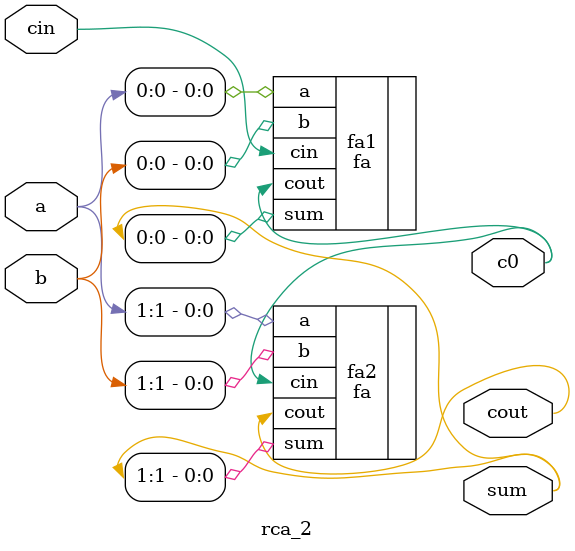
<source format=v>
module rca_2(a,b,cin,sum,cout,c0);
	input [1:0] a, b;
	input cin;
	output [1:0]sum;
	output cout;
	output c0;
	fa fa1(.a(a[0]),.b(b[0]),.cin(cin),.sum(sum[0]),.cout(c0));
	fa fa2(.a(a[1]),.b(b[1]),.cin(c0),.sum(sum[1]),.cout(cout));
endmodule

</source>
